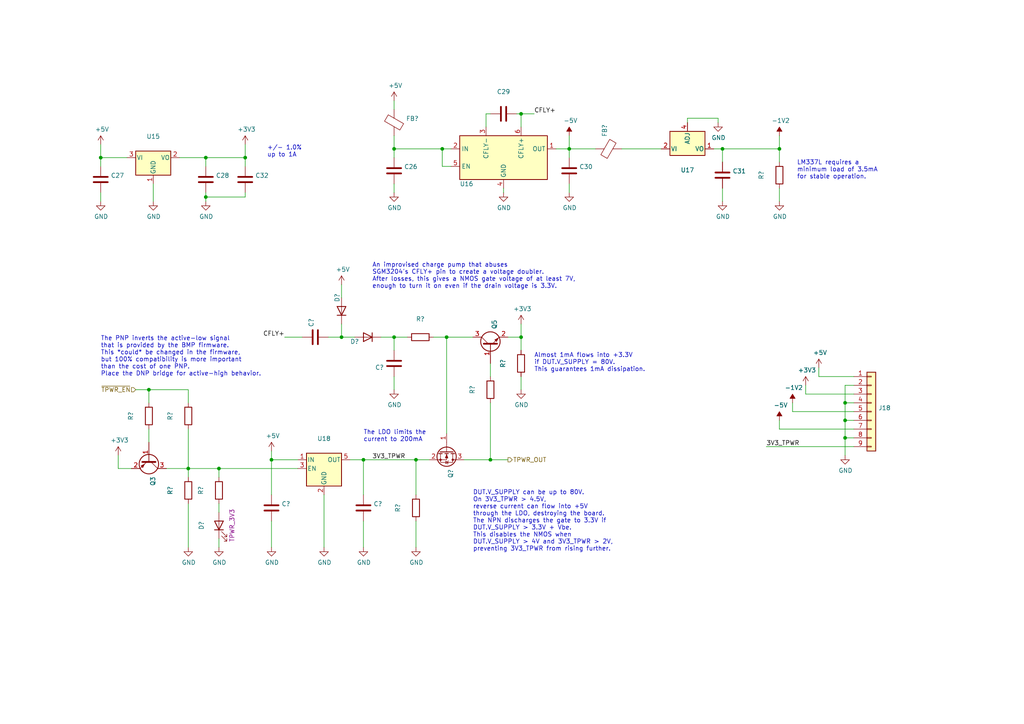
<source format=kicad_sch>
(kicad_sch (version 20211123) (generator eeschema)
  (paper "A4")
  (lib_symbols
    (symbol "Connector_Generic:Conn_01x09" (pin_names (offset 1.016) hide)
      (property "Reference" "J" (at 0 12.7 0))
      (property "Value" "Conn_01x09" (at 0 -12.7 0))
      (symbol "Conn_01x09_1_1"
        (rectangle (start -1.27 -10.033) (end 0 -10.287) (stroke (width 0.1524)))
        (rectangle (start -1.27 -7.493) (end 0 -7.747) (stroke (width 0.1524)))
        (rectangle (start -1.27 -4.953) (end 0 -5.207) (stroke (width 0.1524)))
        (rectangle (start -1.27 -2.413) (end 0 -2.667) (stroke (width 0.1524)))
        (rectangle (start -1.27 0.127) (end 0 -0.127) (stroke (width 0.1524)))
        (rectangle (start -1.27 2.667) (end 0 2.413) (stroke (width 0.1524)))
        (rectangle (start -1.27 5.207) (end 0 4.953) (stroke (width 0.1524)))
        (rectangle (start -1.27 7.747) (end 0 7.493) (stroke (width 0.1524)))
        (rectangle (start -1.27 10.287) (end 0 10.033) (stroke (width 0.1524)))
        (rectangle (start -1.27 11.43) (end 1.27 -11.43) (stroke (width 0.254)) (fill (type background)))
        (pin passive line (at -5.08 10.16 0) (length 3.81) (name "Pin_1") (number "1"))
        (pin passive line (at -5.08 7.62 0) (length 3.81) (name "Pin_2") (number "2"))
        (pin passive line (at -5.08 5.08 0) (length 3.81) (name "Pin_3") (number "3"))
        (pin passive line (at -5.08 2.54 0) (length 3.81) (name "Pin_4") (number "4"))
        (pin passive line (at -5.08 0 0) (length 3.81) (name "Pin_5") (number "5"))
        (pin passive line (at -5.08 -2.54 0) (length 3.81) (name "Pin_6") (number "6"))
        (pin passive line (at -5.08 -5.08 0) (length 3.81) (name "Pin_7") (number "7"))
        (pin passive line (at -5.08 -7.62 0) (length 3.81) (name "Pin_8") (number "8"))
        (pin passive line (at -5.08 -10.16 0) (length 3.81) (name "Pin_9") (number "9"))
      )
    )
    (symbol "Device:C" (pin_numbers hide) (pin_names (offset 0.254))
      (property "Reference" "C" (at 0.635 2.54 0))
      (property "Value" "C" (at 0.635 -2.54 0))
      (symbol "C_0_1"
        (polyline (pts (xy -2.032 -0.762) (xy 2.032 -0.762)) (stroke (width 0.508)))
        (polyline (pts (xy -2.032 0.762) (xy 2.032 0.762)) (stroke (width 0.508)))
      )
      (symbol "C_1_1"
        (pin passive line (at 0 3.81 270) (length 2.794) (name "~") (number "1"))
        (pin passive line (at 0 -3.81 90) (length 2.794) (name "~") (number "2"))
      )
    )
    (symbol "Device:Ferrite_Bead" (pin_numbers hide) (pin_names (offset 0))
      (property "Reference" "FB" (at -3.81 0.635 90))
      (property "Value" "Device_Ferrite_Bead" (at 3.81 0 90))
      (symbol "Ferrite_Bead_0_1"
        (polyline (pts (xy 0 -1.27) (xy 0 -1.2192)))
        (polyline (pts (xy 0 1.27) (xy 0 1.2954)))
        (polyline (pts (xy -2.7686 0.4064) (xy -1.7018 2.2606) (xy 2.7686 -0.3048) (xy 1.6764 -2.159) (xy -2.7686 0.4064)))
      )
      (symbol "Ferrite_Bead_1_1"
        (pin passive line (at 0 3.81 270) (length 2.54) (name "~") (number "1"))
        (pin passive line (at 0 -3.81 90) (length 2.54) (name "~") (number "2"))
      )
    )
    (symbol "Device:LED" (pin_numbers hide) (pin_names (offset 1.016) hide)
      (property "Reference" "D" (at 0 2.54 0))
      (property "Value" "LED" (at 0 -2.54 0))
      (symbol "LED_0_1"
        (polyline (pts (xy -1.27 -1.27) (xy -1.27 1.27)) (stroke (width 0.254)))
        (polyline (pts (xy -1.27 0) (xy 1.27 0)))
        (polyline (pts (xy 1.27 -1.27) (xy 1.27 1.27) (xy -1.27 0) (xy 1.27 -1.27)) (stroke (width 0.254)))
        (polyline (pts (xy -3.048 -0.762) (xy -4.572 -2.286) (xy -3.81 -2.286) (xy -4.572 -2.286) (xy -4.572 -1.524)))
        (polyline (pts (xy -1.778 -0.762) (xy -3.302 -2.286) (xy -2.54 -2.286) (xy -3.302 -2.286) (xy -3.302 -1.524)))
      )
      (symbol "LED_1_1"
        (pin passive line (at -3.81 0 0) (length 2.54) (name "K") (number "1"))
        (pin passive line (at 3.81 0 180) (length 2.54) (name "A") (number "2"))
      )
    )
    (symbol "Device:Q_NMOS_GSD" (pin_names (offset 0) hide)
      (property "Reference" "Q" (at 5.08 1.27 0))
      (property "Value" "Q_NMOS_GSD" (at 5.08 -1.27 0))
      (symbol "Q_NMOS_GSD_0_1"
        (polyline (pts (xy 0.254 0) (xy -2.54 0)))
        (polyline (pts (xy 0.254 1.905) (xy 0.254 -1.905)) (stroke (width 0.254)))
        (polyline (pts (xy 0.762 -1.27) (xy 0.762 -2.286)) (stroke (width 0.254)))
        (polyline (pts (xy 0.762 0.508) (xy 0.762 -0.508)) (stroke (width 0.254)))
        (polyline (pts (xy 0.762 2.286) (xy 0.762 1.27)) (stroke (width 0.254)))
        (polyline (pts (xy 2.54 2.54) (xy 2.54 1.778)))
        (polyline (pts (xy 2.54 -2.54) (xy 2.54 0) (xy 0.762 0)))
        (polyline (pts (xy 0.762 -1.778) (xy 3.302 -1.778) (xy 3.302 1.778) (xy 0.762 1.778)))
        (polyline (pts (xy 1.016 0) (xy 2.032 0.381) (xy 2.032 -0.381) (xy 1.016 0)) (fill (type outline)))
        (polyline (pts (xy 2.794 0.508) (xy 2.921 0.381) (xy 3.683 0.381) (xy 3.81 0.254)))
        (polyline (pts (xy 3.302 0.381) (xy 2.921 -0.254) (xy 3.683 -0.254) (xy 3.302 0.381)))
        (circle (center 1.651 0) (radius 2.794) (stroke (width 0.254)))
        (circle (center 2.54 -1.778) (radius 0.254) (fill (type outline)))
        (circle (center 2.54 1.778) (radius 0.254) (fill (type outline)))
      )
      (symbol "Q_NMOS_GSD_1_1"
        (pin input line (at -5.08 0 0) (length 2.54) (name "G") (number "1"))
        (pin passive line (at 2.54 -5.08 90) (length 2.54) (name "S") (number "2"))
        (pin passive line (at 2.54 5.08 270) (length 2.54) (name "D") (number "3"))
      )
    )
    (symbol "Device:R" (pin_numbers hide) (pin_names (offset 0))
      (property "Reference" "R" (at 2.032 0 90))
      (property "Value" "R" (at 0 0 90))
      (symbol "R_0_1"
        (rectangle (start -1.016 -2.54) (end 1.016 2.54) (stroke (width 0.254)))
      )
      (symbol "R_1_1"
        (pin passive line (at 0 3.81 270) (length 1.27) (name "~") (number "1"))
        (pin passive line (at 0 -3.81 90) (length 1.27) (name "~") (number "2"))
      )
    )
    (symbol "Diode:1N4148WS" (pin_numbers hide) (pin_names (offset 1.016) hide)
      (property "Reference" "D" (at 0 2.54 0))
      (property "Value" "1N4148WS" (at 0 -2.54 0))
      (symbol "1N4148WS_0_1"
        (polyline (pts (xy -1.27 1.27) (xy -1.27 -1.27)) (stroke (width 0.254)))
        (polyline (pts (xy 1.27 0) (xy -1.27 0)))
        (polyline (pts (xy 1.27 1.27) (xy 1.27 -1.27) (xy -1.27 0) (xy 1.27 1.27)) (stroke (width 0.254)))
      )
      (symbol "1N4148WS_1_1"
        (pin passive line (at -3.81 0 0) (length 2.54) (name "K") (number "1"))
        (pin passive line (at 3.81 0 180) (length 2.54) (name "A") (number "2"))
      )
    )
    (symbol "Regulator_Linear:NCP1117-3.3_SOT223" (pin_names (offset 0.254))
      (property "Reference" "U" (at -3.81 3.175 0))
      (property "Value" "NCP1117-3.3_SOT223" (at 0 3.175 0))
      (symbol "NCP1117-3.3_SOT223_0_1"
        (rectangle (start -5.08 -5.08) (end 5.08 1.905) (stroke (width 0.254)) (fill (type background)))
      )
      (symbol "NCP1117-3.3_SOT223_1_1"
        (pin power_in line (at 0 -7.62 90) (length 2.54) (name "GND") (number "1"))
        (pin power_out line (at 7.62 0 180) (length 2.54) (name "VO") (number "2"))
        (pin power_in line (at -7.62 0 0) (length 2.54) (name "VI") (number "3"))
      )
    )
    (symbol "Regulator_Linear:TLV70033_SOT23-5" (pin_names (offset 0.254))
      (property "Reference" "U" (at -3.81 5.715 0))
      (property "Value" "TLV70033_SOT23-5" (at 0 5.715 0))
      (symbol "TLV70033_SOT23-5_0_1"
        (rectangle (start -5.08 4.445) (end 5.08 -5.08) (stroke (width 0.254)) (fill (type background)))
      )
      (symbol "TLV70033_SOT23-5_1_1"
        (pin power_in line (at -7.62 2.54 0) (length 2.54) (name "IN") (number "1"))
        (pin power_in line (at 0 -7.62 90) (length 2.54) (name "GND") (number "2"))
        (pin input line (at -7.62 0 0) (length 2.54) (name "EN") (number "3"))
        (pin no_connect line (at 5.08 0 180) (length 2.54) hide (name "NC") (number "4"))
        (pin power_out line (at 7.62 2.54 180) (length 2.54) (name "OUT") (number "5"))
      )
    )
    (symbol "Transistor_BJT:BC848" (pin_names (offset 0) hide)
      (property "Reference" "Q" (at 5.08 1.905 0))
      (property "Value" "BC848" (at 5.08 0 0))
      (symbol "BC848_0_1"
        (polyline (pts (xy 0.635 0.635) (xy 2.54 2.54)))
        (polyline (pts (xy 0.635 -0.635) (xy 2.54 -2.54) (xy 2.54 -2.54)))
        (polyline (pts (xy 0.635 1.905) (xy 0.635 -1.905) (xy 0.635 -1.905)) (stroke (width 0.508)))
        (polyline (pts (xy 1.27 -1.778) (xy 1.778 -1.27) (xy 2.286 -2.286) (xy 1.27 -1.778) (xy 1.27 -1.778)) (fill (type outline)))
        (circle (center 1.27 0) (radius 2.8194) (stroke (width 0.254)))
      )
      (symbol "BC848_1_1"
        (pin input line (at -5.08 0 0) (length 5.715) (name "B") (number "1"))
        (pin passive line (at 2.54 -5.08 90) (length 2.54) (name "E") (number "2"))
        (pin passive line (at 2.54 5.08 270) (length 2.54) (name "C") (number "3"))
      )
    )
    (symbol "Transistor_BJT:BC857" (pin_names (offset 0) hide)
      (property "Reference" "Q" (at 5.08 1.905 0))
      (property "Value" "BC857" (at 5.08 0 0))
      (symbol "BC857_0_1"
        (polyline (pts (xy 0.635 0.635) (xy 2.54 2.54)))
        (polyline (pts (xy 0.635 -0.635) (xy 2.54 -2.54) (xy 2.54 -2.54)))
        (polyline (pts (xy 0.635 1.905) (xy 0.635 -1.905) (xy 0.635 -1.905)) (stroke (width 0.508)))
        (polyline (pts (xy 2.286 -1.778) (xy 1.778 -2.286) (xy 1.27 -1.27) (xy 2.286 -1.778) (xy 2.286 -1.778)) (fill (type outline)))
        (circle (center 1.27 0) (radius 2.8194) (stroke (width 0.254)))
      )
      (symbol "BC857_1_1"
        (pin input line (at -5.08 0 0) (length 5.715) (name "B") (number "1"))
        (pin passive line (at 2.54 -5.08 90) (length 2.54) (name "E") (number "2"))
        (pin passive line (at 2.54 5.08 270) (length 2.54) (name "C") (number "3"))
      )
    )
    (symbol "board-rescue:LM337L_SO8-Regulator_Linear" (pin_names (offset 0.254))
      (property "Reference" "U" (at -3.81 -3.175 0))
      (property "Value" "LM337L_SO8-Regulator_Linear" (at 0 -3.175 0))
      (symbol "LM337L_SO8-Regulator_Linear_0_1"
        (rectangle (start -5.08 5.08) (end 5.08 -1.905) (stroke (width 0.254)) (fill (type background)))
      )
      (symbol "LM337L_SO8-Regulator_Linear_1_1"
        (pin power_out line (at 7.62 0 180) (length 2.54) (name "VO") (number "1"))
        (pin power_in line (at -7.62 0 0) (length 2.54) (name "VI") (number "2"))
        (pin passive line (at -7.62 0 0) (length 2.54) hide (name "VI") (number "3"))
        (pin input line (at 0 7.62 270) (length 2.54) (name "ADJ") (number "4"))
        (pin no_connect line (at -7.62 2.54 0) (length 2.54) hide (name "NC") (number "5"))
        (pin passive line (at -7.62 0 0) (length 2.54) hide (name "VI") (number "6"))
        (pin passive line (at -7.62 0 0) (length 2.54) hide (name "VI") (number "7"))
        (pin no_connect line (at 7.62 2.54 180) (length 2.54) hide (name "NC") (number "8"))
      )
    )
    (symbol "power:+3.3V" (power) (pin_names (offset 0))
      (property "Value" "+3.3V" (at 0 3.556 0))
      (symbol "+3.3V_0_1"
        (polyline (pts (xy -0.762 1.27) (xy 0 2.54)))
        (polyline (pts (xy 0 0) (xy 0 2.54)))
        (polyline (pts (xy 0 2.54) (xy 0.762 1.27)))
      )
      (symbol "+3.3V_1_1"
        (pin power_in line (at 0 0 90) (length 0) hide (name "+3V3") (number "1"))
      )
    )
    (symbol "power:+3V3" (power) (pin_names (offset 0))
      (property "Value" "+3V3" (at 0 3.556 0))
      (symbol "+3V3_0_1"
        (polyline (pts (xy -0.762 1.27) (xy 0 2.54)))
        (polyline (pts (xy 0 0) (xy 0 2.54)))
        (polyline (pts (xy 0 2.54) (xy 0.762 1.27)))
      )
      (symbol "+3V3_1_1"
        (pin power_in line (at 0 0 90) (length 0) hide (name "+3V3") (number "1"))
      )
    )
    (symbol "power:+5V" (power) (pin_names (offset 0))
      (property "Value" "+5V" (at 0 3.556 0))
      (symbol "+5V_0_1"
        (polyline (pts (xy -0.762 1.27) (xy 0 2.54)))
        (polyline (pts (xy 0 0) (xy 0 2.54)))
        (polyline (pts (xy 0 2.54) (xy 0.762 1.27)))
      )
      (symbol "+5V_1_1"
        (pin power_in line (at 0 0 90) (length 0) hide (name "+5V") (number "1"))
      )
    )
    (symbol "power:-5V" (power) (pin_names (offset 0))
      (property "Value" "-5V" (at 0 3.81 0))
      (symbol "-5V_0_0"
        (pin power_in line (at 0 0 90) (length 0) hide (name "-5V") (number "1"))
      )
      (symbol "-5V_0_1"
        (polyline (pts (xy 0 0) (xy 0 1.27) (xy 0.762 1.27) (xy 0 2.54) (xy -0.762 1.27) (xy 0 1.27)) (fill (type outline)))
      )
    )
    (symbol "power:GND" (power) (pin_names (offset 0))
      (property "Value" "GND" (at 0 -3.81 0))
      (symbol "GND_0_1"
        (polyline (pts (xy 0 0) (xy 0 -1.27) (xy 1.27 -1.27) (xy 0 -2.54) (xy -1.27 -1.27) (xy 0 -1.27)))
      )
      (symbol "GND_1_1"
        (pin power_in line (at 0 0 270) (length 0) hide (name "GND") (number "1"))
      )
    )
    (symbol "sft:-1V2" (power) (pin_names (offset 0))
      (property "Value" "sft_-1V2" (at 0 3.81 0))
      (symbol "-1V2_0_0"
        (pin power_in line (at 0 0 90) (length 0) hide (name "-1V2") (number "1"))
      )
      (symbol "-1V2_0_1"
        (polyline (pts (xy 0 0) (xy 0 1.27) (xy 0.762 1.27) (xy 0 2.54) (xy -0.762 1.27) (xy 0 1.27)) (fill (type outline)))
      )
    )
    (symbol "sft:SGM3204"
      (property "Reference" "U" (at -12.7 -7.62 0))
      (property "Value" "sft_SGM3204" (at 12.7 -7.62 0))
      (symbol "SGM3204_0_0"
        (pin power_out line (at 15.24 2.54 180) (length 2.54) (name "OUT") (number "1"))
        (pin power_in line (at -15.24 2.54 0) (length 2.54) (name "IN") (number "2"))
        (pin bidirectional line (at -5.08 8.89 270) (length 2.54) (name "CFLY-") (number "3"))
        (pin power_in line (at 0 -8.89 90) (length 2.54) (name "GND") (number "4"))
        (pin input line (at -15.24 -2.54 0) (length 2.54) (name "EN") (number "5"))
        (pin bidirectional line (at 5.08 8.89 270) (length 2.54) (name "CFLY+") (number "6"))
      )
      (symbol "SGM3204_0_1"
        (rectangle (start -12.7 6.35) (end 12.7 -6.35) (stroke (width 0.254)) (fill (type background)))
      )
    )
  )
  (junction (at 245.11 127))
  (junction (at 165.1 43.18))
  (junction (at 114.3 97.79))
  (junction (at 151.13 97.79))
  (junction (at 245.11 121.92))
  (junction (at 71.12 45.72))
  (junction (at 114.3 43.18))
  (junction (at 129.54 97.79))
  (junction (at 59.69 45.72))
  (junction (at 209.55 43.18))
  (junction (at 245.11 116.84))
  (junction (at 54.61 135.89))
  (junction (at 151.13 33.02))
  (junction (at 142.24 133.35))
  (junction (at 226.06 43.18))
  (junction (at 99.06 97.79))
  (junction (at 43.18 113.03))
  (junction (at 78.74 133.35))
  (junction (at 59.69 57.15))
  (junction (at 63.5 135.89))
  (junction (at 128.27 43.18))
  (junction (at 120.65 133.35))
  (junction (at 105.41 133.35))
  (junction (at 29.21 45.72))
  (wire (pts (xy 245.11 121.92) (xy 247.65 121.92)))
  (wire (pts (xy 34.29 135.89) (xy 38.1 135.89)))
  (wire (pts (xy 151.13 33.02) (xy 154.94 33.02)))
  (wire (pts (xy 39.37 113.03) (xy 43.18 113.03)))
  (wire (pts (xy 71.12 45.72) (xy 71.12 48.26)))
  (wire (pts (xy 165.1 53.34) (xy 165.1 55.88)))
  (wire (pts (xy 129.54 97.79) (xy 137.16 97.79)))
  (wire (pts (xy 87.63 97.79) (xy 82.55 97.79)))
  (wire (pts (xy 125.73 97.79) (xy 129.54 97.79)))
  (wire (pts (xy 247.65 119.38) (xy 229.87 119.38)))
  (wire (pts (xy 59.69 57.15) (xy 59.69 58.42)))
  (wire (pts (xy 226.06 58.42) (xy 226.06 54.61)))
  (wire (pts (xy 52.07 45.72) (xy 59.69 45.72)))
  (wire (pts (xy 229.87 119.38) (xy 229.87 116.84)))
  (wire (pts (xy 247.65 114.3) (xy 233.68 114.3)))
  (wire (pts (xy 245.11 121.92) (xy 245.11 127)))
  (wire (pts (xy 114.3 39.37) (xy 114.3 43.18)))
  (wire (pts (xy 226.06 124.46) (xy 247.65 124.46)))
  (wire (pts (xy 237.49 109.22) (xy 237.49 106.68)))
  (wire (pts (xy 102.87 97.79) (xy 99.06 97.79)))
  (wire (pts (xy 226.06 39.37) (xy 226.06 43.18)))
  (wire (pts (xy 110.49 97.79) (xy 114.3 97.79)))
  (wire (pts (xy 207.01 43.18) (xy 209.55 43.18)))
  (wire (pts (xy 78.74 143.51) (xy 78.74 133.35)))
  (wire (pts (xy 140.97 33.02) (xy 142.24 33.02)))
  (wire (pts (xy 71.12 55.88) (xy 71.12 57.15)))
  (wire (pts (xy 151.13 33.02) (xy 151.13 36.83)))
  (wire (pts (xy 149.86 33.02) (xy 151.13 33.02)))
  (wire (pts (xy 114.3 45.72) (xy 114.3 43.18)))
  (wire (pts (xy 147.32 97.79) (xy 151.13 97.79)))
  (wire (pts (xy 114.3 97.79) (xy 118.11 97.79)))
  (wire (pts (xy 63.5 156.21) (xy 63.5 158.75)))
  (wire (pts (xy 120.65 143.51) (xy 120.65 133.35)))
  (wire (pts (xy 209.55 43.18) (xy 226.06 43.18)))
  (wire (pts (xy 247.65 109.22) (xy 237.49 109.22)))
  (wire (pts (xy 105.41 151.13) (xy 105.41 158.75)))
  (wire (pts (xy 161.29 43.18) (xy 165.1 43.18)))
  (wire (pts (xy 165.1 43.18) (xy 165.1 45.72)))
  (wire (pts (xy 93.98 158.75) (xy 93.98 143.51)))
  (wire (pts (xy 54.61 135.89) (xy 63.5 135.89)))
  (wire (pts (xy 128.27 43.18) (xy 130.81 43.18)))
  (wire (pts (xy 34.29 135.89) (xy 34.29 132.08)))
  (wire (pts (xy 29.21 41.91) (xy 29.21 45.72)))
  (wire (pts (xy 54.61 135.89) (xy 54.61 124.46)))
  (wire (pts (xy 247.65 129.54) (xy 222.25 129.54)))
  (wire (pts (xy 199.39 34.29) (xy 208.28 34.29)))
  (wire (pts (xy 63.5 148.59) (xy 63.5 146.05)))
  (wire (pts (xy 114.3 31.75) (xy 114.3 29.21)))
  (wire (pts (xy 209.55 46.99) (xy 209.55 43.18)))
  (wire (pts (xy 142.24 133.35) (xy 147.32 133.35)))
  (wire (pts (xy 199.39 35.56) (xy 199.39 34.29)))
  (wire (pts (xy 245.11 127) (xy 245.11 132.08)))
  (wire (pts (xy 54.61 116.84) (xy 54.61 113.03)))
  (wire (pts (xy 43.18 113.03) (xy 43.18 116.84)))
  (wire (pts (xy 99.06 82.55) (xy 99.06 86.36)))
  (wire (pts (xy 151.13 109.22) (xy 151.13 113.03)))
  (wire (pts (xy 114.3 101.6) (xy 114.3 97.79)))
  (wire (pts (xy 151.13 97.79) (xy 151.13 93.98)))
  (wire (pts (xy 71.12 57.15) (xy 59.69 57.15)))
  (wire (pts (xy 226.06 121.92) (xy 226.06 124.46)))
  (wire (pts (xy 165.1 39.37) (xy 165.1 43.18)))
  (wire (pts (xy 59.69 55.88) (xy 59.69 57.15)))
  (wire (pts (xy 226.06 46.99) (xy 226.06 43.18)))
  (wire (pts (xy 120.65 133.35) (xy 105.41 133.35)))
  (wire (pts (xy 233.68 114.3) (xy 233.68 111.76)))
  (wire (pts (xy 146.05 54.61) (xy 146.05 55.88)))
  (wire (pts (xy 128.27 43.18) (xy 128.27 48.26)))
  (wire (pts (xy 54.61 146.05) (xy 54.61 158.75)))
  (wire (pts (xy 172.72 43.18) (xy 165.1 43.18)))
  (wire (pts (xy 48.26 135.89) (xy 54.61 135.89)))
  (wire (pts (xy 114.3 43.18) (xy 128.27 43.18)))
  (wire (pts (xy 114.3 113.03) (xy 114.3 109.22)))
  (wire (pts (xy 142.24 105.41) (xy 142.24 109.22)))
  (wire (pts (xy 29.21 45.72) (xy 29.21 48.26)))
  (wire (pts (xy 54.61 138.43) (xy 54.61 135.89)))
  (wire (pts (xy 245.11 111.76) (xy 245.11 116.84)))
  (wire (pts (xy 140.97 36.83) (xy 140.97 33.02)))
  (wire (pts (xy 191.77 43.18) (xy 180.34 43.18)))
  (wire (pts (xy 245.11 116.84) (xy 247.65 116.84)))
  (wire (pts (xy 78.74 133.35) (xy 86.36 133.35)))
  (wire (pts (xy 63.5 138.43) (xy 63.5 135.89)))
  (wire (pts (xy 128.27 48.26) (xy 130.81 48.26)))
  (wire (pts (xy 71.12 41.91) (xy 71.12 45.72)))
  (wire (pts (xy 134.62 133.35) (xy 142.24 133.35)))
  (wire (pts (xy 63.5 135.89) (xy 86.36 135.89)))
  (wire (pts (xy 99.06 93.98) (xy 99.06 97.79)))
  (wire (pts (xy 245.11 121.92) (xy 245.11 116.84)))
  (wire (pts (xy 29.21 58.42) (xy 29.21 55.88)))
  (wire (pts (xy 114.3 53.34) (xy 114.3 55.88)))
  (wire (pts (xy 59.69 45.72) (xy 59.69 48.26)))
  (wire (pts (xy 43.18 124.46) (xy 43.18 128.27)))
  (wire (pts (xy 209.55 54.61) (xy 209.55 58.42)))
  (wire (pts (xy 78.74 151.13) (xy 78.74 158.75)))
  (wire (pts (xy 245.11 111.76) (xy 247.65 111.76)))
  (wire (pts (xy 129.54 97.79) (xy 129.54 125.73)))
  (wire (pts (xy 105.41 133.35) (xy 105.41 143.51)))
  (wire (pts (xy 95.25 97.79) (xy 99.06 97.79)))
  (wire (pts (xy 120.65 133.35) (xy 124.46 133.35)))
  (wire (pts (xy 59.69 45.72) (xy 71.12 45.72)))
  (wire (pts (xy 29.21 45.72) (xy 36.83 45.72)))
  (wire (pts (xy 54.61 113.03) (xy 43.18 113.03)))
  (wire (pts (xy 44.45 58.42) (xy 44.45 53.34)))
  (wire (pts (xy 247.65 127) (xy 245.11 127)))
  (wire (pts (xy 78.74 130.81) (xy 78.74 133.35)))
  (wire (pts (xy 142.24 116.84) (xy 142.24 133.35)))
  (wire (pts (xy 208.28 34.29) (xy 208.28 35.56)))
  (wire (pts (xy 101.6 133.35) (xy 105.41 133.35)))
  (wire (pts (xy 120.65 151.13) (xy 120.65 158.75)))
  (wire (pts (xy 151.13 101.6) (xy 151.13 97.79)))
  (text "An improvised charge pump that abuses\nSGM3204's CFLY+ pin to create a voltage doubler.\nAfter losses, this gives a NMOS gate voltage of at least 7V,\nenough to turn it on even if the drain voltage is 3.3V." (at 107.95 83.82 0) (effects (font (size 1.27 1.27)) (justify left bottom)))
  (text "LM337L requires a\nminimum load of 3.5mA\nfor stable operation." (at 231.14 52.07 0) (effects (font (size 1.27 1.27)) (justify left bottom)))
  (text "Almost 1mA flows into +3.3V\nif DUT.V_SUPPLY = 80V.\nThis guarantees 1mA dissipation." (at 154.94 107.95 0) (effects (font (size 1.27 1.27)) (justify left bottom)))
  (text "The PNP inverts the active-low signal\nthat is provided by the BMP firmware.\nThis *could* be changed in the firmware,\nbut 100% compatibility is more important\nthan the cost of one PNP.\nPlace the DNP bridge for active-high behavior." (at 29.21 109.22 0) (effects (font (size 1.27 1.27)) (justify left bottom)))
  (text "+/- 1.0%\nup to 1A" (at 77.47 45.72 0) (effects (font (size 1.27 1.27)) (justify left bottom)))
  (text "The LDO limits the\ncurrent to 200mA" (at 105.41 128.27 0) (effects (font (size 1.27 1.27)) (justify left bottom)))
  (text "DUT.V_SUPPLY can be up to 80V.\nOn 3V3_TPWR > 4.5V,\nreverse current can flow into +5V\nthrough the LDO, destroying the board.\nThe NPN discharges the gate to 3.3V if\nDUT.V_SUPPLY > 3.3V + Vbe.\nThis disables the NMOS when\nDUT.V_SUPPLY > 4V and 3V3_TPWR > 2V,\npreventing 3V3_TPWR from rising further." (at 137.16 160.02 0) (effects (font (size 1.27 1.27)) (justify left bottom)))
  (label "3V3_TPWR" (at 107.95 133.35 0))
  (label "3V3_TPWR" (at 222.25 129.54 0))
  (label "CFLY+" (at 82.55 97.79 180))
  (label "CFLY+" (at 154.94 33.02 0))
  (hierarchical_label "TPWR_OUT" (shape output) (at 147.32 133.35 0))
  (hierarchical_label "~{TPWR_EN}" (shape input) (at 39.37 113.03 180))
  (symbol (lib_id "sft:-1V2") (at 229.87 116.84 0) (unit 1)
    (property "Reference" "#PWR0212" (effects hide))
  )
  (symbol (lib_id "power:GND") (at 245.11 132.08 0) (unit 1)
    (property "Reference" "#PWR0213" (effects hide))
  )
  (symbol (lib_id "Connector_Generic:Conn_01x09") (at 252.73 119.38 0) (unit 1)
    (property "Reference" "J18" (at 254.762 118.3132 0) (effects (justify left)))
    (property "MPN" "generic header-2.54mm" (effects hide))
  )
  (symbol (lib_id "power:-5V") (at 165.1 39.37 0) (unit 1)
    (property "Reference" "#PWR0214" (effects hide))
  )
  (symbol (lib_id "power:-5V") (at 226.06 121.92 0) (unit 1)
    (property "Reference" "#PWR0215" (effects hide))
  )
  (symbol (lib_id "power:+3.3V") (at 233.68 111.76 0) (unit 1)
    (property "Reference" "#PWR0216" (effects hide))
  )
  (symbol (lib_id "power:+5V") (at 237.49 106.68 0) (unit 1)
    (property "Reference" "#PWR0217" (effects hide))
  )
  (symbol (lib_id "Regulator_Linear:TLV70033_SOT23-5") (at 93.98 135.89 0) (unit 1)
    (property "Reference" "U18" (at 93.98 127.2032 0))
    (property "Datasheet" "http://www.ti.com/lit/ds/symlink/tlv700.pdf" (effects hide))
    (property "MPN" "TI TLV70033DDC" (effects hide))
  )
  (symbol (lib_id "power:+5V") (at 78.74 130.81 0) (unit 1)
    (property "Reference" "#PWR0218" (effects hide))
  )
  (symbol (lib_id "power:GND") (at 93.98 158.75 0) (unit 1)
    (property "Reference" "#PWR0219" (effects hide))
  )
  (symbol (lib_id "Device:R") (at 226.06 50.8 0) (unit 1)
    (property "Reference" "R?" (at 220.8022 50.8 90))
    (property "MPN" "generic R%f %v %r" (effects hide))
  )
  (symbol (lib_id "power:GND") (at 226.06 58.42 0) (unit 1)
    (property "Reference" "#PWR0235" (effects hide))
  )
  (symbol (lib_id "Device:R") (at 120.65 147.32 0) (unit 1)
    (property "Reference" "R?" (at 115.3922 147.32 90))
    (property "MPN" "generic R%f %v %r" (effects hide))
  )
  (symbol (lib_id "power:GND") (at 120.65 158.75 0) (unit 1)
    (property "Reference" "#PWR0234" (effects hide))
  )
  (symbol (lib_id "Device:R") (at 121.92 97.79 270) (unit 1)
    (property "Reference" "R?" (at 121.92 92.5322 90))
    (property "MPN" "generic R%f %v %r" (effects hide))
  )
  (symbol (lib_id "Device:R") (at 63.5 142.24 0) (unit 1)
    (property "Reference" "R?" (at 58.2422 142.24 90))
    (property "MPN" "generic R%f %v %r" (effects hide))
  )
  (symbol (lib_id "Device:LED") (at 63.5 152.4 90) (unit 1)
    (property "Reference" "D?" (at 58.42 152.4 0))
    (property "Description" "TPWR_3V3" (at 67.31 152.4 0))
    (property "MPN" "Wuerth 150080GS75000" (effects hide))
  )
  (symbol (lib_id "Diode:1N4148WS") (at 106.68 97.79 180) (unit 1)
    (property "Reference" "D?" (at 102.87 99.06 0))
    (property "Datasheet" "https://www.vishay.com/docs/85751/1n4148ws.pdf" (effects hide))
    (property "MPN" "generic 1N4148WS" (effects hide))
  )
  (symbol (lib_id "Device:C") (at 105.41 147.32 0) (unit 1)
    (property "Reference" "C?" (at 108.331 146.1516 0) (effects (justify left)))
    (property "MPN" "generic C%f %v %r" (effects hide))
  )
  (symbol (lib_id "power:GND") (at 105.41 158.75 0) (unit 1)
    (property "Reference" "#PWR0225" (effects hide))
  )
  (symbol (lib_id "Device:C") (at 114.3 105.41 180) (unit 1)
    (property "Reference" "C?" (at 111.379 106.5784 0) (effects (justify left)))
    (property "MPN" "generic C%f %v %r" (effects hide))
  )
  (symbol (lib_id "power:GND") (at 114.3 113.03 0) (unit 1)
    (property "Reference" "#PWR0231" (effects hide))
  )
  (symbol (lib_id "Device:C") (at 91.44 97.79 90) (unit 1)
    (property "Reference" "C?" (at 90.2716 94.869 0) (effects (justify left)))
    (property "MPN" "generic C%f %v %r" (effects hide))
  )
  (symbol (lib_id "Diode:1N4148WS") (at 99.06 90.17 90) (unit 1)
    (property "Reference" "D?" (at 97.79 86.36 0))
    (property "Datasheet" "https://www.vishay.com/docs/85751/1n4148ws.pdf" (effects hide))
    (property "MPN" "generic 1N4148WS" (effects hide))
  )
  (symbol (lib_id "power:+5V") (at 99.06 82.55 0) (unit 1)
    (property "Reference" "#PWR0232" (effects hide))
  )
  (symbol (lib_id "Device:C") (at 78.74 147.32 0) (unit 1)
    (property "Reference" "C?" (at 81.661 146.1516 0) (effects (justify left)))
    (property "MPN" "generic C%f %v %r" (effects hide))
  )
  (symbol (lib_id "power:GND") (at 78.74 158.75 0) (unit 1)
    (property "Reference" "#PWR0226" (effects hide))
  )
  (symbol (lib_id "Device:R") (at 54.61 120.65 0) (unit 1)
    (property "Reference" "R?" (at 49.3522 120.65 90))
    (property "MPN" "generic R%f %v %r" (effects hide))
    (property "DNP" "DNP" (effects hide))
  )
  (symbol (lib_id "Device:R") (at 151.13 105.41 0) (unit 1)
    (property "Reference" "R?" (at 145.8722 105.41 90))
    (property "MPN" "generic R%f %v %r" (effects hide))
  )
  (symbol (lib_id "power:GND") (at 151.13 113.03 0) (unit 1)
    (property "Reference" "#PWR0233" (effects hide))
  )
  (symbol (lib_id "Device:Q_NMOS_GSD") (at 129.54 130.81 270) (unit 1)
    (property "Reference" "Q?" (at 130.7084 136.0424 0) (effects (justify left)))
    (property "MPN" "AnBon AS2324" (effects hide))
    (property "Rating" ">= 100V, Vgs,th < 3V" (effects hide))
  )
  (symbol (lib_id "Transistor_BJT:BC848") (at 142.24 100.33 90) (unit 1)
    (property "Reference" "Q5" (at 143.4084 95.4786 0) (effects (justify left)))
    (property "MPN" "generic BC848B" (effects hide))
  )
  (symbol (lib_id "Device:R") (at 142.24 113.03 0) (unit 1)
    (property "Reference" "R?" (at 136.9822 113.03 90))
    (property "MPN" "generic R%f %v %r" (effects hide))
  )
  (symbol (lib_id "power:+3.3V") (at 151.13 93.98 0) (unit 1)
    (property "Reference" "#PWR0227" (effects hide))
  )
  (symbol (lib_id "Transistor_BJT:BC857") (at 43.18 133.35 270) (unit 1)
    (property "Reference" "Q3" (at 44.3484 138.2014 0) (effects (justify left)))
    (property "MPN" "generic BC857B" (effects hide))
  )
  (symbol (lib_id "power:GND") (at 63.5 158.75 0) (unit 1)
    (property "Reference" "#PWR0228" (effects hide))
  )
  (symbol (lib_id "Device:R") (at 43.18 120.65 0) (unit 1)
    (property "Reference" "R?" (at 37.9222 120.65 90))
    (property "MPN" "generic R%f %v %r" (effects hide))
  )
  (symbol (lib_id "Device:R") (at 54.61 142.24 0) (unit 1)
    (property "Reference" "R?" (at 49.3522 142.24 90))
    (property "MPN" "generic R%f %v %r" (effects hide))
  )
  (symbol (lib_id "power:GND") (at 54.61 158.75 0) (unit 1)
    (property "Reference" "#PWR0229" (effects hide))
  )
  (symbol (lib_id "power:+3.3V") (at 34.29 132.08 0) (unit 1)
    (property "Reference" "#PWR0230" (effects hide))
  )
  (symbol (lib_id "power:+5V") (at 114.3 29.21 0) (unit 1)
    (property "Reference" "#PWR0198" (effects hide))
  )
  (symbol (lib_id "sft:SGM3204") (at 146.05 45.72 0) (unit 1)
    (property "Reference" "U16" (at 133.35 53.34 0) (effects (justify left)))
    (property "Datasheet" "https://datasheet.lcsc.com/szlcsc/SG-Micro-SGM3204YN6G-TR_C194031.pdf" (effects hide))
    (property "MPN" "SGMicro SGM3204YN6G" (effects hide))
  )
  (symbol (lib_id "Device:C") (at 146.05 33.02 90) (unit 1)
    (property "Reference" "C29" (at 146.05 26.6192 90))
    (property "MPN" "generic C%f %v %r" (effects hide))
    (property "Rating" "6.3V" (effects hide))
  )
  (symbol (lib_id "Device:C") (at 114.3 49.53 180) (unit 1)
    (property "Reference" "C26" (at 117.221 48.3616 0) (effects (justify right)))
    (property "MPN" "generic C%f %v %r" (effects hide))
    (property "Rating" "6.3V" (effects hide))
  )
  (symbol (lib_id "power:GND") (at 114.3 55.88 0) (unit 1)
    (property "Reference" "#PWR0199" (effects hide))
  )
  (symbol (lib_id "Device:C") (at 165.1 49.53 180) (unit 1)
    (property "Reference" "C30" (at 168.021 48.3616 0) (effects (justify right)))
    (property "MPN" "generic C%f %v %r" (effects hide))
    (property "Rating" "6.3V" (effects hide))
  )
  (symbol (lib_id "power:GND") (at 165.1 55.88 0) (unit 1)
    (property "Reference" "#PWR0200" (effects hide))
  )
  (symbol (lib_id "power:GND") (at 146.05 55.88 0) (unit 1)
    (property "Reference" "#PWR0201" (effects hide))
  )
  (symbol (lib_id "Device:Ferrite_Bead") (at 114.3 35.56 0) (unit 1)
    (property "Reference" "FB?" (at 117.7798 34.3916 0) (effects (justify left)))
    (property "Datasheet" "http://www.mouser.com/ds/2/281/c31e-794748.pdf" (effects hide))
    (property "MPN" "muRata BLM18KG300TN1" (effects hide))
  )
  (symbol (lib_id "board-rescue:LM337L_SO8-Regulator_Linear") (at 199.39 43.18 0) (unit 1)
    (property "Reference" "U17" (at 199.39 49.3268 0))
    (property "Datasheet" "http://www.ti.com/lit/ds/symlink/lm337l.pdf" (effects hide))
    (property "MPN" "TI LM337LMX" (effects hide))
  )
  (symbol (lib_id "power:GND") (at 208.28 35.56 0) (unit 1)
    (property "Reference" "#PWR0202" (effects hide))
  )
  (symbol (lib_id "sft:-1V2") (at 226.06 39.37 0) (unit 1)
    (property "Reference" "#PWR0203" (effects hide))
  )
  (symbol (lib_id "Device:C") (at 209.55 50.8 180) (unit 1)
    (property "Reference" "C31" (at 212.471 49.6316 0) (effects (justify right)))
    (property "MPN" "generic C%f %v %r" (effects hide))
    (property "Rating" "6.3V" (effects hide))
  )
  (symbol (lib_id "power:GND") (at 209.55 58.42 0) (unit 1)
    (property "Reference" "#PWR0204" (effects hide))
  )
  (symbol (lib_id "Device:Ferrite_Bead") (at 176.53 43.18 90) (unit 1)
    (property "Reference" "FB?" (at 175.3616 39.7002 0) (effects (justify left)))
    (property "Datasheet" "http://www.mouser.com/ds/2/281/c31e-794748.pdf" (effects hide))
    (property "MPN" "muRata BLM18KG300TN1" (effects hide))
  )
  (symbol (lib_id "power:+5V") (at 29.21 41.91 0) (unit 1)
    (property "Reference" "#PWR0205" (effects hide))
  )
  (symbol (lib_id "Device:C") (at 29.21 52.07 180) (unit 1)
    (property "Reference" "C27" (at 32.131 50.9016 0) (effects (justify right)))
    (property "MPN" "generic C%f %v %r" (effects hide))
    (property "Rating" "6.3V" (effects hide))
  )
  (symbol (lib_id "power:GND") (at 29.21 58.42 0) (unit 1)
    (property "Reference" "#PWR0206" (effects hide))
  )
  (symbol (lib_id "Regulator_Linear:NCP1117-3.3_SOT223") (at 44.45 45.72 0) (unit 1)
    (property "Reference" "U15" (at 44.45 39.5732 0))
    (property "Datasheet" "http://www.onsemi.com/pub_link/Collateral/NCP1117-D.PDF" (effects hide))
    (property "MPN" "OnSemi NCP1117ST33" (effects hide))
  )
  (symbol (lib_id "power:GND") (at 44.45 58.42 0) (unit 1)
    (property "Reference" "#PWR0207" (effects hide))
  )
  (symbol (lib_id "Device:C") (at 59.69 52.07 180) (unit 1)
    (property "Reference" "C28" (at 62.611 50.9016 0) (effects (justify right)))
    (property "MPN" "generic C%f %v %r" (effects hide))
    (property "Rating" "6.3V" (effects hide))
  )
  (symbol (lib_id "power:GND") (at 59.69 58.42 0) (unit 1)
    (property "Reference" "#PWR0208" (effects hide))
  )
  (symbol (lib_id "power:+3V3") (at 71.12 41.91 0) (unit 1)
    (property "Reference" "#PWR0209" (effects hide))
  )
  (symbol (lib_id "Device:C") (at 71.12 52.07 180) (unit 1)
    (property "Reference" "C32" (at 74.041 50.9016 0) (effects (justify right)))
    (property "MPN" "generic C%f %v %r" (effects hide))
    (property "Rating" "6.3V" (effects hide))
  )
)
</source>
